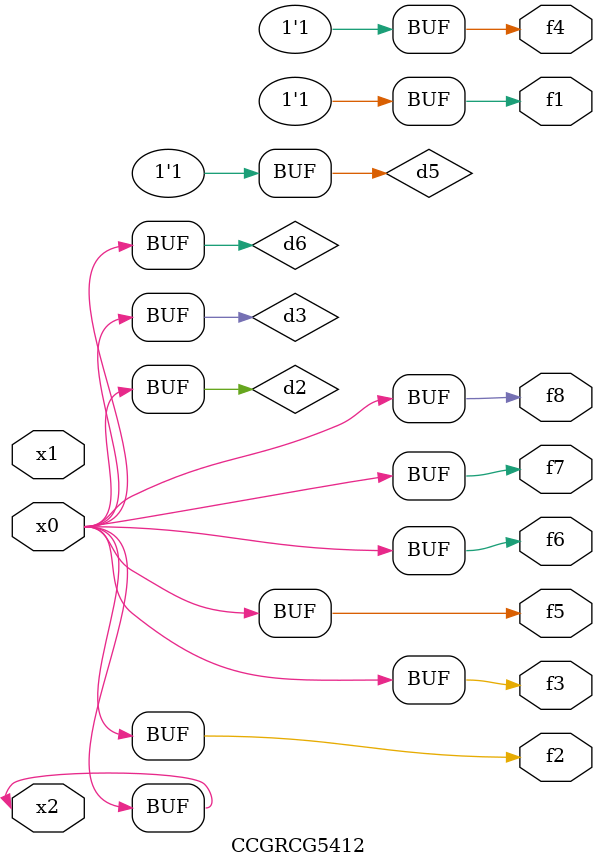
<source format=v>
module CCGRCG5412(
	input x0, x1, x2,
	output f1, f2, f3, f4, f5, f6, f7, f8
);

	wire d1, d2, d3, d4, d5, d6;

	xnor (d1, x2);
	buf (d2, x0, x2);
	and (d3, x0);
	xnor (d4, x1, x2);
	nand (d5, d1, d3);
	buf (d6, d2, d3);
	assign f1 = d5;
	assign f2 = d6;
	assign f3 = d6;
	assign f4 = d5;
	assign f5 = d6;
	assign f6 = d6;
	assign f7 = d6;
	assign f8 = d6;
endmodule

</source>
